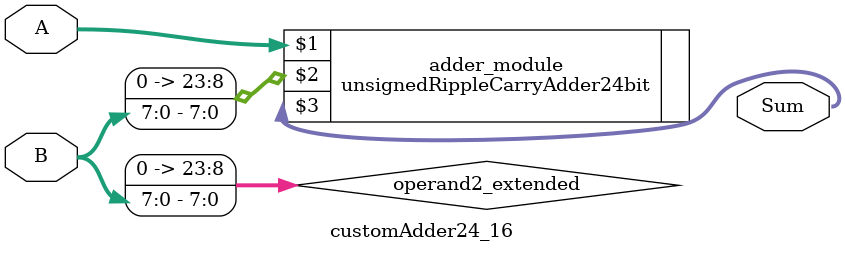
<source format=v>

module customAdder24_16(
                    input [23 : 0] A,
                    input [7 : 0] B,
                    
                    output [24 : 0] Sum
            );

    wire [23 : 0] operand2_extended;
    
    assign operand2_extended =  {16'b0, B};
    
    unsignedRippleCarryAdder24bit adder_module(
        A,
        operand2_extended,
        Sum
    );
    
endmodule
        
</source>
